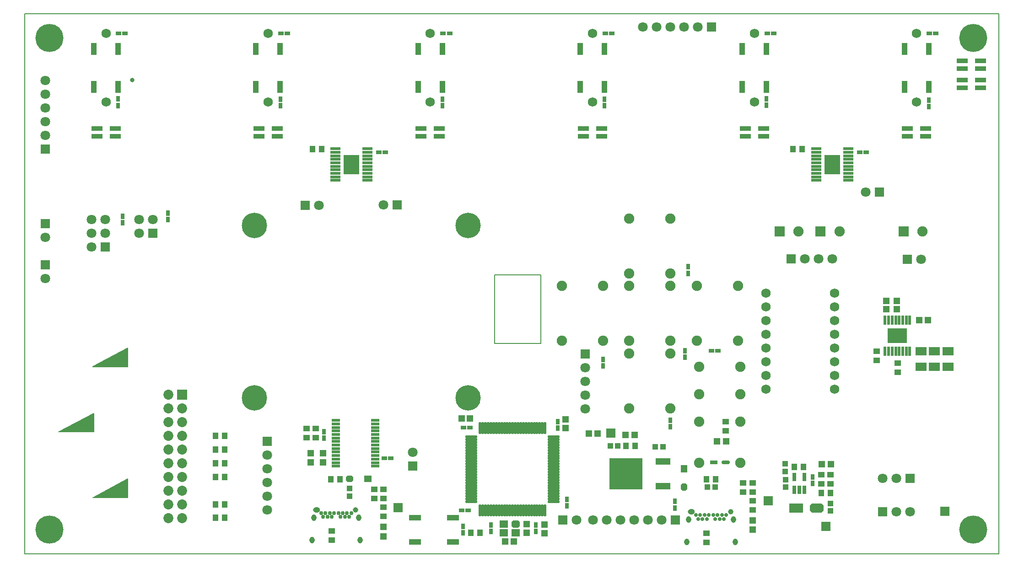
<source format=gts>
G04*
G04 #@! TF.GenerationSoftware,Altium Limited,Altium NEXUS,2.1.9 (83)*
G04*
G04 Layer_Color=8388736*
%FSLAX44Y44*%
%MOMM*%
G71*
G01*
G75*
%ADD13C,0.2000*%
%ADD51R,2.0032X0.9532*%
%ADD52R,1.0032X2.2032*%
%ADD53R,1.1032X1.2032*%
%ADD54O,0.5032X2.3032*%
%ADD55O,2.3032X0.5032*%
%ADD56R,1.2032X1.2032*%
%ADD57R,2.2032X1.0032*%
%ADD58R,0.8032X1.0032*%
G04:AMPARAMS|DCode=59|XSize=1.6032mm|YSize=1.3532mm|CornerRadius=0mm|HoleSize=0mm|Usage=FLASHONLY|Rotation=0.000|XOffset=0mm|YOffset=0mm|HoleType=Round|Shape=Octagon|*
%AMOCTAGOND59*
4,1,8,0.8016,-0.3383,0.8016,0.3383,0.4633,0.6766,-0.4633,0.6766,-0.8016,0.3383,-0.8016,-0.3383,-0.4633,-0.6766,0.4633,-0.6766,0.8016,-0.3383,0.0*
%
%ADD59OCTAGOND59*%

%ADD60R,1.6032X1.3532*%
%ADD61R,1.2032X1.2032*%
%ADD62R,1.0032X0.8032*%
%ADD63R,1.6002X0.5512*%
%ADD64R,1.2032X1.3032*%
%ADD65R,1.2032X1.1032*%
%ADD66R,1.4532X0.7332*%
G04:AMPARAMS|DCode=67|XSize=0.7332mm|YSize=1.4532mm|CornerRadius=0mm|HoleSize=0mm|Usage=FLASHONLY|Rotation=270.000|XOffset=0mm|YOffset=0mm|HoleType=Round|Shape=Octagon|*
%AMOCTAGOND67*
4,1,8,0.7266,0.1833,0.7266,-0.1833,0.5433,-0.3666,-0.5433,-0.3666,-0.7266,-0.1833,-0.7266,0.1833,-0.5433,0.3666,0.5433,0.3666,0.7266,0.1833,0.0*
%
%ADD67OCTAGOND67*%

%ADD68R,1.1032X1.0032*%
%ADD69R,1.4232X1.2032*%
G04:AMPARAMS|DCode=70|XSize=1.2032mm|YSize=1.4232mm|CornerRadius=0mm|HoleSize=0mm|Usage=FLASHONLY|Rotation=90.000|XOffset=0mm|YOffset=0mm|HoleType=Round|Shape=Octagon|*
%AMOCTAGOND70*
4,1,8,-0.7116,-0.3008,-0.7116,0.3008,-0.4108,0.6016,0.4108,0.6016,0.7116,0.3008,0.7116,-0.3008,0.4108,-0.6016,-0.4108,-0.6016,-0.7116,-0.3008,0.0*
%
%ADD70OCTAGOND70*%

%ADD71R,1.3032X1.2032*%
%ADD72R,1.2032X1.4232*%
G04:AMPARAMS|DCode=73|XSize=1.2032mm|YSize=1.4232mm|CornerRadius=0mm|HoleSize=0mm|Usage=FLASHONLY|Rotation=180.000|XOffset=0mm|YOffset=0mm|HoleType=Round|Shape=Octagon|*
%AMOCTAGOND73*
4,1,8,0.3008,-0.7116,-0.3008,-0.7116,-0.6016,-0.4108,-0.6016,0.4108,-0.3008,0.7116,0.3008,0.7116,0.6016,0.4108,0.6016,-0.4108,0.3008,-0.7116,0.0*
%
%ADD73OCTAGOND73*%

%ADD74R,2.6032X1.7532*%
G04:AMPARAMS|DCode=75|XSize=1.7532mm|YSize=2.6032mm|CornerRadius=0mm|HoleSize=0mm|Usage=FLASHONLY|Rotation=270.000|XOffset=0mm|YOffset=0mm|HoleType=Round|Shape=Octagon|*
%AMOCTAGOND75*
4,1,8,1.3016,0.4383,1.3016,-0.4383,0.8633,-0.8766,-0.8633,-0.8766,-1.3016,-0.4383,-1.3016,0.4383,-0.8633,0.8766,0.8633,0.8766,1.3016,0.4383,0.0*
%
%ADD75OCTAGOND75*%

%ADD76R,2.7932X1.1532*%
%ADD77R,6.1432X5.8332*%
%ADD78R,0.7932X1.5732*%
%ADD79R,1.0032X1.1032*%
%ADD80R,3.6032X2.6832*%
%ADD81R,0.6132X1.7732*%
%ADD82R,2.0032X1.5032*%
%ADD83R,1.9812X0.5588*%
%ADD84R,2.9532X3.6332*%
%ADD85C,5.2032*%
%ADD86C,1.7272*%
%ADD87C,1.9032*%
%ADD88R,1.9032X1.9032*%
%ADD89R,1.8532X1.8532*%
%ADD90C,1.8532*%
%ADD91C,0.7000*%
%ADD92O,0.9532X1.2532*%
%ADD93C,1.0000*%
%ADD94O,1.3000X1.0000*%
%ADD95C,0.7500*%
%ADD96C,1.8032*%
%ADD97R,1.8032X1.8032*%
%ADD98R,1.8032X1.8032*%
%ADD99C,4.7032*%
%ADD100C,0.8032*%
G36*
X191250Y139261D02*
Y103250D01*
X124842D01*
X124531Y104481D01*
X190159Y139911D01*
X191250Y139261D01*
D02*
G37*
G36*
X128250Y260025D02*
Y225250D01*
X61917D01*
X61614Y226483D01*
X127164Y260683D01*
X128250Y260025D01*
D02*
G37*
G36*
X191250Y381266D02*
Y345750D01*
X124871D01*
X124564Y346982D01*
X190161Y381920D01*
X191250Y381266D01*
D02*
G37*
D13*
X868750Y390000D02*
Y516250D01*
Y390000D02*
X955000D01*
Y516250D01*
X868750D02*
X955000D01*
X0Y0D02*
Y1000000D01*
X1802500D01*
Y0D02*
Y1000000D01*
X0Y0D02*
X1802500D01*
D51*
X1367018Y787366D02*
D03*
X1333018D02*
D03*
X1367018Y772866D02*
D03*
X1333018D02*
D03*
X167018Y787366D02*
D03*
X133018D02*
D03*
X167018Y772866D02*
D03*
X133018D02*
D03*
X1667018Y787366D02*
D03*
X1633018D02*
D03*
X1667018Y772866D02*
D03*
X1633018D02*
D03*
X467018Y787366D02*
D03*
X433018D02*
D03*
X467018Y772866D02*
D03*
X433018D02*
D03*
X1768518Y877116D02*
D03*
X1734518D02*
D03*
X1768518Y862616D02*
D03*
X1734518D02*
D03*
X767018Y787366D02*
D03*
X733018D02*
D03*
X767018Y772866D02*
D03*
X733018D02*
D03*
X1768518Y913116D02*
D03*
X1734518D02*
D03*
X1768518Y898616D02*
D03*
X1734518D02*
D03*
X1067018Y787366D02*
D03*
X1033018D02*
D03*
X1067018Y772866D02*
D03*
X1033018D02*
D03*
D52*
X172352Y864948D02*
D03*
X127352D02*
D03*
Y934948D02*
D03*
X172352D02*
D03*
X472352Y864948D02*
D03*
X427352D02*
D03*
Y934948D02*
D03*
X472352D02*
D03*
X772352Y864948D02*
D03*
X727352D02*
D03*
Y934948D02*
D03*
X772352D02*
D03*
X1072352Y864948D02*
D03*
X1027352D02*
D03*
Y934948D02*
D03*
X1072352D02*
D03*
X1372352Y864948D02*
D03*
X1327352D02*
D03*
Y934948D02*
D03*
X1372352D02*
D03*
X1672352Y864948D02*
D03*
X1627352D02*
D03*
Y934948D02*
D03*
X1672352D02*
D03*
D53*
X842250Y38750D02*
D03*
X825250D02*
D03*
X352500Y218750D02*
D03*
X369500D02*
D03*
X352250Y168000D02*
D03*
X369250D02*
D03*
X352250Y142250D02*
D03*
X369250D02*
D03*
X369500Y66750D02*
D03*
X352500D02*
D03*
X369750Y91750D02*
D03*
X352750D02*
D03*
X369500Y193000D02*
D03*
X352500D02*
D03*
X583250Y137850D02*
D03*
X566250D02*
D03*
X1128970Y200110D02*
D03*
X1111970D02*
D03*
X1423500Y161000D02*
D03*
X1440500D02*
D03*
X1490250Y112750D02*
D03*
X1473250D02*
D03*
X1277750Y138250D02*
D03*
X1260750D02*
D03*
X1420750Y749750D02*
D03*
X1437750D02*
D03*
X532250D02*
D03*
X549250D02*
D03*
D54*
X842370Y80740D02*
D03*
X847370D02*
D03*
X852370D02*
D03*
X857370D02*
D03*
X862370D02*
D03*
X867370D02*
D03*
X872370D02*
D03*
X877370D02*
D03*
X882370D02*
D03*
X887370D02*
D03*
X892370D02*
D03*
X897370D02*
D03*
X902370D02*
D03*
X907370D02*
D03*
X912370D02*
D03*
X917370D02*
D03*
X922370D02*
D03*
X927370D02*
D03*
X932370D02*
D03*
X937370D02*
D03*
X942370D02*
D03*
X947370D02*
D03*
X952370D02*
D03*
X957370D02*
D03*
X962370D02*
D03*
Y232740D02*
D03*
X957370D02*
D03*
X952370D02*
D03*
X947370D02*
D03*
X942370D02*
D03*
X937370D02*
D03*
X932370D02*
D03*
X927370D02*
D03*
X922370D02*
D03*
X917370D02*
D03*
X912370D02*
D03*
X907370D02*
D03*
X902370D02*
D03*
X897370D02*
D03*
X892370D02*
D03*
X887370D02*
D03*
X882370D02*
D03*
X877370D02*
D03*
X872370D02*
D03*
X867370D02*
D03*
X862370D02*
D03*
X857370D02*
D03*
X852370D02*
D03*
X847370D02*
D03*
X842370D02*
D03*
D55*
X978370Y96740D02*
D03*
Y101740D02*
D03*
Y106740D02*
D03*
Y111740D02*
D03*
Y116740D02*
D03*
Y121740D02*
D03*
Y126740D02*
D03*
Y131740D02*
D03*
Y136740D02*
D03*
Y141740D02*
D03*
Y146740D02*
D03*
Y151740D02*
D03*
Y156740D02*
D03*
Y161740D02*
D03*
Y166740D02*
D03*
Y171740D02*
D03*
Y176740D02*
D03*
Y181740D02*
D03*
Y186740D02*
D03*
Y191740D02*
D03*
Y196740D02*
D03*
Y201740D02*
D03*
Y206740D02*
D03*
Y211740D02*
D03*
Y216740D02*
D03*
X826370D02*
D03*
Y211740D02*
D03*
Y206740D02*
D03*
Y201740D02*
D03*
Y196740D02*
D03*
Y191740D02*
D03*
Y186740D02*
D03*
Y181740D02*
D03*
Y176740D02*
D03*
Y171740D02*
D03*
Y166740D02*
D03*
Y161740D02*
D03*
Y156740D02*
D03*
Y151740D02*
D03*
Y146740D02*
D03*
Y141740D02*
D03*
Y136740D02*
D03*
Y131740D02*
D03*
Y126740D02*
D03*
Y121740D02*
D03*
Y116740D02*
D03*
Y111740D02*
D03*
Y106740D02*
D03*
Y101740D02*
D03*
Y96740D02*
D03*
D56*
X1043250Y222500D02*
D03*
X1059250D02*
D03*
X823750Y250500D02*
D03*
X807750D02*
D03*
X889000Y23000D02*
D03*
X905000D02*
D03*
X1654750Y432750D02*
D03*
X1670750D02*
D03*
D57*
X792000Y22000D02*
D03*
Y67000D02*
D03*
X722000D02*
D03*
Y22000D02*
D03*
D58*
X810500Y50750D02*
D03*
Y38750D02*
D03*
X985750Y244750D02*
D03*
Y232750D02*
D03*
X1003000Y88750D02*
D03*
Y100750D02*
D03*
X945750Y41750D02*
D03*
Y53750D02*
D03*
X862500Y53750D02*
D03*
Y41750D02*
D03*
X553500Y226500D02*
D03*
Y214500D02*
D03*
X1457500Y130500D02*
D03*
Y142500D02*
D03*
X1203000Y85250D02*
D03*
Y97250D02*
D03*
X180900Y625150D02*
D03*
Y613150D02*
D03*
X264500Y631250D02*
D03*
Y619250D02*
D03*
X1227000Y531500D02*
D03*
Y519500D02*
D03*
X1069500Y348000D02*
D03*
Y360000D02*
D03*
X1194500Y235500D02*
D03*
Y247500D02*
D03*
X1221250Y364500D02*
D03*
Y376500D02*
D03*
X172250Y830250D02*
D03*
Y842250D02*
D03*
X472500Y829750D02*
D03*
Y841750D02*
D03*
X772250Y829750D02*
D03*
Y841750D02*
D03*
X1072250Y829750D02*
D03*
Y841750D02*
D03*
X1372250Y830500D02*
D03*
Y842500D02*
D03*
X1672250Y828500D02*
D03*
Y840500D02*
D03*
D59*
X907750Y55250D02*
D03*
D60*
X885750Y39250D02*
D03*
X907750D02*
D03*
X885750Y55250D02*
D03*
D61*
X928500Y55000D02*
D03*
Y39000D02*
D03*
X1000500Y233000D02*
D03*
Y249000D02*
D03*
X961500Y54250D02*
D03*
Y38250D02*
D03*
X1594000Y452750D02*
D03*
Y468750D02*
D03*
X1613000Y452750D02*
D03*
Y468750D02*
D03*
D62*
X807750Y80750D02*
D03*
X819750D02*
D03*
X811750Y233750D02*
D03*
X823750D02*
D03*
X677250Y177000D02*
D03*
X665250D02*
D03*
X184750Y963500D02*
D03*
X172750D02*
D03*
X486000D02*
D03*
X474000D02*
D03*
X785750D02*
D03*
X773750D02*
D03*
X1086250Y963750D02*
D03*
X1074250D02*
D03*
X1385500D02*
D03*
X1373500D02*
D03*
X1685500Y963500D02*
D03*
X1673500D02*
D03*
X666750Y743500D02*
D03*
X654750D02*
D03*
X1556750D02*
D03*
X1544750D02*
D03*
X1270250Y375750D02*
D03*
X1282250D02*
D03*
D63*
X575440Y162600D02*
D03*
Y169100D02*
D03*
Y175600D02*
D03*
Y182100D02*
D03*
Y188600D02*
D03*
Y195100D02*
D03*
Y201600D02*
D03*
Y214600D02*
D03*
Y208100D02*
D03*
Y221100D02*
D03*
Y227600D02*
D03*
Y234100D02*
D03*
Y240600D02*
D03*
Y247100D02*
D03*
X648560Y162600D02*
D03*
Y169100D02*
D03*
Y175600D02*
D03*
Y182100D02*
D03*
Y188600D02*
D03*
Y195100D02*
D03*
Y201600D02*
D03*
Y208100D02*
D03*
Y214600D02*
D03*
Y221100D02*
D03*
Y227600D02*
D03*
Y234100D02*
D03*
Y240600D02*
D03*
Y247100D02*
D03*
D64*
X551500Y169350D02*
D03*
Y186350D02*
D03*
X528750Y169350D02*
D03*
Y186350D02*
D03*
X1346750Y61750D02*
D03*
Y44750D02*
D03*
X663500Y49750D02*
D03*
Y32750D02*
D03*
D65*
X538500Y231850D02*
D03*
Y214850D02*
D03*
X521500Y231850D02*
D03*
Y214850D02*
D03*
X1346750Y81250D02*
D03*
Y98250D02*
D03*
X663500Y69850D02*
D03*
Y86850D02*
D03*
Y119850D02*
D03*
Y102850D02*
D03*
X1346500Y114500D02*
D03*
Y131500D02*
D03*
X1296500Y228000D02*
D03*
Y245000D02*
D03*
X1328750Y114750D02*
D03*
Y131750D02*
D03*
X646500Y102850D02*
D03*
Y119850D02*
D03*
X567750Y42500D02*
D03*
Y25500D02*
D03*
X1490250Y146750D02*
D03*
Y129750D02*
D03*
X1473250D02*
D03*
Y146750D02*
D03*
X1261500Y38500D02*
D03*
Y21500D02*
D03*
X1614750Y353500D02*
D03*
Y336500D02*
D03*
X1576000Y375250D02*
D03*
Y358250D02*
D03*
D66*
X1275070Y169250D02*
D03*
D67*
X1296660D02*
D03*
D68*
X601000Y107000D02*
D03*
Y121000D02*
D03*
X1407250Y137500D02*
D03*
Y123500D02*
D03*
X1490500Y79500D02*
D03*
Y93500D02*
D03*
X1407000Y166750D02*
D03*
Y152750D02*
D03*
D69*
X634561Y139000D02*
D03*
D70*
X600939D02*
D03*
D71*
X1297210Y208790D02*
D03*
X1280210D02*
D03*
X1128470Y220610D02*
D03*
X1111470D02*
D03*
X1491500Y166500D02*
D03*
X1474500D02*
D03*
D72*
X1219500Y157561D02*
D03*
D73*
Y123939D02*
D03*
D74*
X1427250Y85000D02*
D03*
D75*
X1465250D02*
D03*
D76*
X1180500Y171360D02*
D03*
Y125640D02*
D03*
D77*
X1112000Y148500D02*
D03*
D78*
X1423500Y119000D02*
D03*
X1433000D02*
D03*
X1442500D02*
D03*
Y142500D02*
D03*
X1423500D02*
D03*
D79*
X1083220Y200110D02*
D03*
X1097220D02*
D03*
X1166470Y198360D02*
D03*
X1180470D02*
D03*
X1263000Y123500D02*
D03*
X1277000D02*
D03*
D80*
X1614500Y404000D02*
D03*
D81*
X1591750Y432700D02*
D03*
X1598250D02*
D03*
X1604750D02*
D03*
X1611250D02*
D03*
X1617750D02*
D03*
X1624250D02*
D03*
X1630750D02*
D03*
X1637250D02*
D03*
Y375300D02*
D03*
X1630750D02*
D03*
X1624250D02*
D03*
X1617750D02*
D03*
X1611250D02*
D03*
X1604750D02*
D03*
X1598250D02*
D03*
X1591750D02*
D03*
D82*
X1658000Y375250D02*
D03*
Y346250D02*
D03*
X1682750Y375250D02*
D03*
Y346250D02*
D03*
X1708000Y375250D02*
D03*
Y346250D02*
D03*
D83*
X1464282Y750001D02*
D03*
Y743500D02*
D03*
Y737000D02*
D03*
Y730500D02*
D03*
Y724000D02*
D03*
Y717500D02*
D03*
Y711000D02*
D03*
Y704500D02*
D03*
Y698000D02*
D03*
Y691499D02*
D03*
X1523718D02*
D03*
Y698000D02*
D03*
Y704500D02*
D03*
Y711000D02*
D03*
Y717500D02*
D03*
Y724000D02*
D03*
Y730500D02*
D03*
Y737000D02*
D03*
Y743500D02*
D03*
Y750001D02*
D03*
X574500D02*
D03*
Y743500D02*
D03*
Y737000D02*
D03*
Y730500D02*
D03*
Y724000D02*
D03*
Y717500D02*
D03*
Y711000D02*
D03*
Y704500D02*
D03*
Y698000D02*
D03*
Y691499D02*
D03*
X633936D02*
D03*
Y698000D02*
D03*
Y704500D02*
D03*
Y711000D02*
D03*
Y717500D02*
D03*
Y724000D02*
D03*
Y730500D02*
D03*
Y737000D02*
D03*
Y743500D02*
D03*
Y750001D02*
D03*
D84*
X1494000Y720750D02*
D03*
X604218D02*
D03*
D85*
X45000Y955000D02*
D03*
X1755000D02*
D03*
Y45000D02*
D03*
X45000D02*
D03*
D86*
X1650000Y963500D02*
D03*
Y836500D02*
D03*
X1350000Y963500D02*
D03*
Y836500D02*
D03*
X1050000Y963500D02*
D03*
Y836500D02*
D03*
X750000Y963500D02*
D03*
Y836500D02*
D03*
X450000Y963500D02*
D03*
Y836500D02*
D03*
X150000Y963500D02*
D03*
Y836500D02*
D03*
X1371500Y482950D02*
D03*
Y457550D02*
D03*
Y432150D02*
D03*
Y406750D02*
D03*
Y381350D02*
D03*
Y355950D02*
D03*
Y330550D02*
D03*
Y305150D02*
D03*
X1498500Y482950D02*
D03*
Y457550D02*
D03*
Y432150D02*
D03*
Y406750D02*
D03*
Y381350D02*
D03*
Y355950D02*
D03*
Y330550D02*
D03*
Y305150D02*
D03*
D87*
X1661000Y597250D02*
D03*
X1507250D02*
D03*
X1431250D02*
D03*
X1194600Y496050D02*
D03*
Y394450D02*
D03*
X1118400Y496050D02*
D03*
Y394450D02*
D03*
X1194600Y621050D02*
D03*
Y519450D02*
D03*
X1118400Y621050D02*
D03*
Y519450D02*
D03*
X1194600Y371050D02*
D03*
Y269450D02*
D03*
X1118400Y371050D02*
D03*
Y269450D02*
D03*
X1069600Y496050D02*
D03*
Y394450D02*
D03*
X993400Y496050D02*
D03*
Y394450D02*
D03*
X1319600Y496050D02*
D03*
Y394450D02*
D03*
X1243400Y496050D02*
D03*
Y394450D02*
D03*
X1247500Y346800D02*
D03*
Y296000D02*
D03*
X1323700Y346800D02*
D03*
Y296000D02*
D03*
Y245200D02*
D03*
X1247500D02*
D03*
X1323700Y169000D02*
D03*
X1247500D02*
D03*
D88*
X1626000Y597250D02*
D03*
X1472250D02*
D03*
X1396250D02*
D03*
D89*
X290671Y295140D02*
D03*
D90*
X265271D02*
D03*
X290671Y269740D02*
D03*
X265271D02*
D03*
X290671Y244340D02*
D03*
X265271D02*
D03*
X290671Y218940D02*
D03*
X265271D02*
D03*
X290671Y193540D02*
D03*
X265271D02*
D03*
X290671Y168140D02*
D03*
X265271D02*
D03*
X290671Y142740D02*
D03*
X265271D02*
D03*
X290671Y117340D02*
D03*
X265271D02*
D03*
X290671Y91940D02*
D03*
X265271D02*
D03*
X290671Y66540D02*
D03*
X265271D02*
D03*
D91*
X1297610Y71780D02*
D03*
X1289610D02*
D03*
X1281610D02*
D03*
X1273610D02*
D03*
X1265610D02*
D03*
X1257610D02*
D03*
X1249610D02*
D03*
X1241610D02*
D03*
X1293610Y64780D02*
D03*
X1285610D02*
D03*
X1277610D02*
D03*
X1261610D02*
D03*
X1253610D02*
D03*
X1245610D02*
D03*
D92*
X1310910Y63380D02*
D03*
X1228310D02*
D03*
X1225110Y21880D02*
D03*
X1314110D02*
D03*
X617300Y67100D02*
D03*
X534700D02*
D03*
X531500Y25600D02*
D03*
X620500D02*
D03*
D93*
X1305610Y77780D02*
D03*
X612000Y81500D02*
D03*
D94*
X1233610Y77780D02*
D03*
X540000Y81500D02*
D03*
D95*
X604000Y75500D02*
D03*
X596000D02*
D03*
X588000D02*
D03*
X580000D02*
D03*
X572000D02*
D03*
X564000D02*
D03*
X556000D02*
D03*
X548000D02*
D03*
X600000Y68500D02*
D03*
X592000D02*
D03*
X584000D02*
D03*
X568000D02*
D03*
X560000D02*
D03*
X552000D02*
D03*
D96*
X1050900Y62500D02*
D03*
X1076300D02*
D03*
X1101700D02*
D03*
X1127100D02*
D03*
X1177900D02*
D03*
X1152500D02*
D03*
X1021000Y62750D02*
D03*
X37750Y510050D02*
D03*
X448250Y183300D02*
D03*
Y157900D02*
D03*
Y132500D02*
D03*
Y107100D02*
D03*
Y81700D02*
D03*
X37750Y586250D02*
D03*
X717750Y188000D02*
D03*
X1244800Y975750D02*
D03*
X1219400D02*
D03*
X1194000D02*
D03*
X1168600D02*
D03*
X1143200D02*
D03*
X1657900Y545500D02*
D03*
X1494050Y546250D02*
D03*
X1468650D02*
D03*
X1443250D02*
D03*
X1612750Y139500D02*
D03*
X1587350D02*
D03*
X1612500Y77750D02*
D03*
X1637900D02*
D03*
X1555850Y670000D02*
D03*
X663350Y646500D02*
D03*
X544000Y645250D02*
D03*
X123600Y618900D02*
D03*
X149000D02*
D03*
X123600Y593500D02*
D03*
X149000D02*
D03*
X123600Y568100D02*
D03*
X210850Y593750D02*
D03*
X236250Y619150D02*
D03*
X210850D02*
D03*
X37750Y774750D02*
D03*
Y800150D02*
D03*
Y825550D02*
D03*
Y850950D02*
D03*
Y876350D02*
D03*
X1036500Y345000D02*
D03*
Y319600D02*
D03*
Y294200D02*
D03*
Y268800D02*
D03*
D97*
X1203300Y62500D02*
D03*
X995600Y62750D02*
D03*
X1702250Y79250D02*
D03*
X1270200Y975750D02*
D03*
X1375750Y98250D02*
D03*
X690250Y85600D02*
D03*
X1632500Y545500D02*
D03*
X1417850Y546250D02*
D03*
X1638150Y139500D02*
D03*
X1587100Y77750D02*
D03*
X1581250Y670000D02*
D03*
X688750Y646500D02*
D03*
X518600Y645250D02*
D03*
D98*
X37750Y535450D02*
D03*
X448250Y208700D02*
D03*
X37750Y611650D02*
D03*
X717750Y162600D02*
D03*
X1482500Y51000D02*
D03*
X1084250Y224000D02*
D03*
X149000Y568100D02*
D03*
X236250Y593750D02*
D03*
X37750Y749350D02*
D03*
X1036500Y370400D02*
D03*
D99*
X425000Y288500D02*
D03*
X820300D02*
D03*
X820000Y608500D02*
D03*
X425000D02*
D03*
D100*
X198250Y877750D02*
D03*
M02*

</source>
